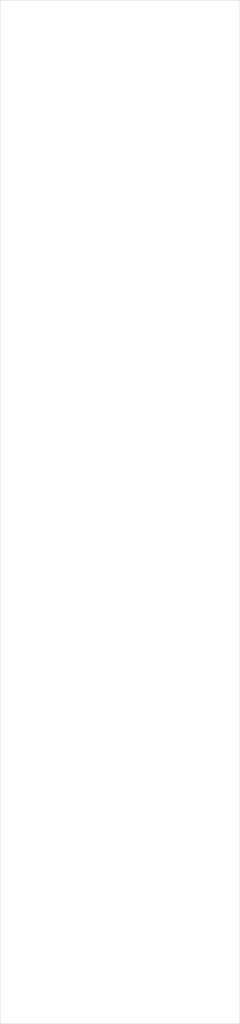
<source format=kicad_pcb>
(kicad_pcb (version 20221018) (generator pcbnew)
  (layers (0 "F.Cu" signal) (31 "B.Cu" signal) (34 "B.Paste" user) (35 "F.Paste" user) (36 "B.SilkS" user "B.Silkscreen") (37 "F.SilkS" user "F.Silkscreen") (38 "B.Mask" user) (39 "F.Mask" user) (44 "Edge.Cuts" user))
  (net 0 "")
  (footprint "MountingHole:MountingHole_3.2mm_M3_DIN965" (layer "F.Cu") (at 32.5 28)
    (fp_text reference "Mounting Hole" hide)
    (fp_text value "MountingHole_3.2mm_M3_DIN965" hide)
  )
  (footprint "MountingHole:MountingHole_3.2mm_M3_DIN965" (layer "F.Cu") (at 32.5 150.5)
    (fp_text reference "Mounting Hole" hide)
    (fp_text value "MountingHole_3.2mm_M3_DIN965" hide)
  )
  (gr_line (start 55.18 25) (end 25 25) (stroke (width 0.05)) (layer "Edge.Cuts"))
  (gr_line (start 25 25) (end 25 153.5) (stroke (width 0.05)) (layer "Edge.Cuts"))
  (gr_line (start 55.18 153.5) (end 55.18 25) (stroke (width 0.05)) (layer "Edge.Cuts"))
  (gr_line (start 25 153.5) (end 55.18 153.5) (stroke (width 0.05)) (layer "Edge.Cuts"))
)
</source>
